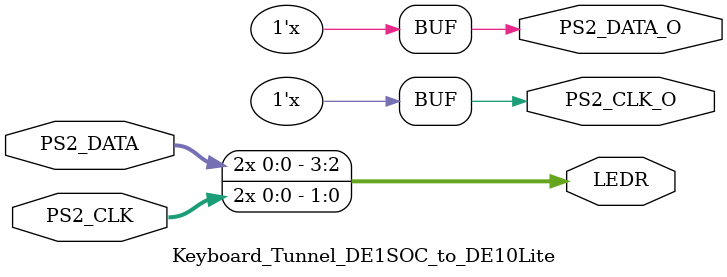
<source format=v>
module Keyboard_Tunnel_DE1SOC_to_DE10Lite(
    input wire PS2_CLK,    
    input wire PS2_DATA,  
    output wire PS2_CLK_O,   
    output wire PS2_DATA_O,  
    output [3:0] LEDR
);

  assign PS2_CLK_O  = 1'bz;
  assign PS2_DATA_O = 1'bz;

  assign LEDR[0] = PS2_CLK;
  assign LEDR[1] = PS2_CLK;
  assign LEDR[2] = PS2_DATA;
  assign LEDR[3] = PS2_DATA;

endmodule
</source>
